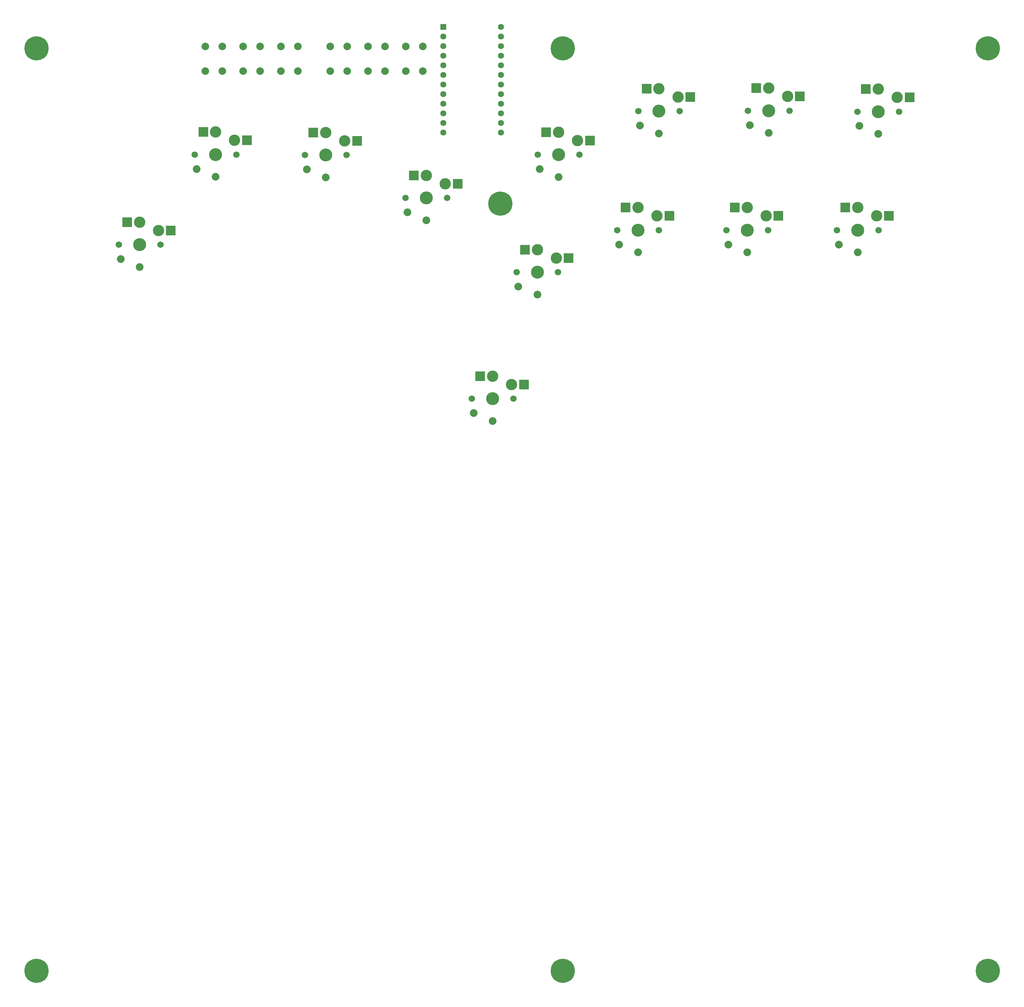
<source format=gbs>
%TF.GenerationSoftware,KiCad,Pcbnew,(6.0.7)*%
%TF.CreationDate,2022-08-15T09:33:02+10:00*%
%TF.ProjectId,Flatbox-rev1_1_a3,466c6174-626f-4782-9d72-6576315f315f,rev?*%
%TF.SameCoordinates,Original*%
%TF.FileFunction,Soldermask,Bot*%
%TF.FilePolarity,Negative*%
%FSLAX46Y46*%
G04 Gerber Fmt 4.6, Leading zero omitted, Abs format (unit mm)*
G04 Created by KiCad (PCBNEW (6.0.7)) date 2022-08-15 09:33:02*
%MOMM*%
%LPD*%
G01*
G04 APERTURE LIST*
%ADD10C,3.429000*%
%ADD11C,1.701800*%
%ADD12C,3.000000*%
%ADD13R,2.600000X2.600000*%
%ADD14C,2.032000*%
%ADD15C,6.400000*%
%ADD16C,2.000000*%
%ADD17R,1.600000X1.600000*%
%ADD18C,1.600000*%
G04 APERTURE END LIST*
D10*
X105680000Y-56210000D03*
D11*
X111180000Y-56210000D03*
D12*
X105680000Y-50260000D03*
X110680000Y-52460000D03*
D11*
X100180000Y-56210000D03*
D13*
X102405000Y-50260000D03*
D14*
X105680000Y-62110000D03*
X100680000Y-60010000D03*
D13*
X113955000Y-52460000D03*
D12*
X137280000Y-63810000D03*
D10*
X132280000Y-67560000D03*
D11*
X126780000Y-67560000D03*
D12*
X132280000Y-61610000D03*
D11*
X137780000Y-67560000D03*
D14*
X132280000Y-73460000D03*
D13*
X129005000Y-61610000D03*
D14*
X127280000Y-71360000D03*
D13*
X140555000Y-63810000D03*
D10*
X149780000Y-120660000D03*
D12*
X154780000Y-116910000D03*
D11*
X144280000Y-120660000D03*
X155280000Y-120660000D03*
D12*
X149780000Y-114710000D03*
D13*
X146505000Y-114710000D03*
D14*
X149780000Y-126560000D03*
D13*
X158055000Y-116910000D03*
D14*
X144780000Y-124460000D03*
D11*
X161720000Y-56150000D03*
X172720000Y-56150000D03*
D10*
X167220000Y-56150000D03*
D12*
X167220000Y-50200000D03*
X172220000Y-52400000D03*
D14*
X167220000Y-62050000D03*
D13*
X163945000Y-50200000D03*
D14*
X162220000Y-59950000D03*
D13*
X175495000Y-52400000D03*
D11*
X199280000Y-44620000D03*
X188280000Y-44620000D03*
D12*
X193780000Y-38670000D03*
D10*
X193780000Y-44620000D03*
D12*
X198780000Y-40870000D03*
D13*
X190505000Y-38670000D03*
D14*
X193780000Y-50520000D03*
D13*
X202055000Y-40870000D03*
D14*
X188780000Y-48420000D03*
D12*
X222750000Y-38550000D03*
D11*
X228250000Y-44500000D03*
D10*
X222750000Y-44500000D03*
D11*
X217250000Y-44500000D03*
D12*
X227750000Y-40750000D03*
D14*
X222750000Y-50400000D03*
D13*
X219475000Y-38550000D03*
D14*
X217750000Y-48300000D03*
D13*
X231025000Y-40750000D03*
D12*
X256720000Y-40990000D03*
X251720000Y-38790000D03*
D11*
X246220000Y-44740000D03*
X257220000Y-44740000D03*
D10*
X251720000Y-44740000D03*
D14*
X251720000Y-50640000D03*
D13*
X248445000Y-38790000D03*
D14*
X246720000Y-48540000D03*
D13*
X259995000Y-40990000D03*
D12*
X161610000Y-81240000D03*
X166610000Y-83440000D03*
D10*
X161610000Y-87190000D03*
D11*
X156110000Y-87190000D03*
X167110000Y-87190000D03*
D13*
X158335000Y-81240000D03*
D14*
X161610000Y-93090000D03*
X156610000Y-90990000D03*
D13*
X169885000Y-83440000D03*
D10*
X188220000Y-76080000D03*
D11*
X193720000Y-76080000D03*
X182720000Y-76080000D03*
D12*
X193220000Y-72330000D03*
X188220000Y-70130000D03*
D14*
X188220000Y-81980000D03*
D13*
X184945000Y-70130000D03*
X196495000Y-72330000D03*
D14*
X183220000Y-79880000D03*
D10*
X217070000Y-76080000D03*
D12*
X217070000Y-70130000D03*
D11*
X211570000Y-76080000D03*
D12*
X222070000Y-72330000D03*
D11*
X222570000Y-76080000D03*
D14*
X217070000Y-81980000D03*
D13*
X213795000Y-70130000D03*
X225345000Y-72330000D03*
D14*
X212070000Y-79880000D03*
D11*
X240780000Y-76080000D03*
D12*
X251280000Y-72330000D03*
D10*
X246280000Y-76080000D03*
D11*
X251780000Y-76080000D03*
D12*
X246280000Y-70130000D03*
D13*
X243005000Y-70130000D03*
D14*
X246280000Y-81980000D03*
D13*
X254555000Y-72330000D03*
D14*
X241280000Y-79880000D03*
D15*
X29225000Y-28040000D03*
X29225000Y-271959466D03*
X280655000Y-271959466D03*
X280655000Y-28040000D03*
D11*
X71085000Y-56090000D03*
X82085000Y-56090000D03*
D12*
X81585000Y-52340000D03*
D10*
X76585000Y-56090000D03*
D12*
X76585000Y-50140000D03*
D14*
X76585000Y-61990000D03*
D13*
X73310000Y-50140000D03*
D14*
X71585000Y-59890000D03*
D13*
X84860000Y-52340000D03*
D15*
X168360000Y-28040000D03*
D16*
X106860000Y-27540000D03*
X106860000Y-34040000D03*
X111360000Y-27540000D03*
X111360000Y-34040000D03*
X83860000Y-34040000D03*
X83860000Y-27540000D03*
X88360000Y-27540000D03*
X88360000Y-34040000D03*
X116860000Y-34040000D03*
X116860000Y-27540000D03*
X121360000Y-27540000D03*
X121360000Y-34040000D03*
X73860000Y-27540000D03*
X73860000Y-34040000D03*
X78360000Y-34040000D03*
X78360000Y-27540000D03*
X93860000Y-27540000D03*
X93860000Y-34040000D03*
X98360000Y-27540000D03*
X98360000Y-34040000D03*
X126860000Y-27540000D03*
X126860000Y-34040000D03*
X131360000Y-27540000D03*
X131360000Y-34040000D03*
D15*
X151860000Y-69040000D03*
X168360000Y-271959466D03*
D17*
X136740000Y-22320000D03*
D18*
X136740000Y-24860000D03*
X136740000Y-27400000D03*
X136740000Y-29940000D03*
X136740000Y-32480000D03*
X136740000Y-35020000D03*
X136740000Y-37560000D03*
X136740000Y-40100000D03*
X136740000Y-42640000D03*
X136740000Y-45180000D03*
X136740000Y-47720000D03*
X136740000Y-50260000D03*
X151980000Y-50260000D03*
X151980000Y-47720000D03*
X151980000Y-45180000D03*
X151980000Y-42640000D03*
X151980000Y-40100000D03*
X151980000Y-37560000D03*
X151980000Y-35020000D03*
X151980000Y-32480000D03*
X151980000Y-29940000D03*
X151980000Y-27400000D03*
X151980000Y-24860000D03*
X151980000Y-22320000D03*
D10*
X56460000Y-79940000D03*
D11*
X50960000Y-79940000D03*
X61960000Y-79940000D03*
D12*
X56460000Y-73990000D03*
X61460000Y-76190000D03*
D13*
X53185000Y-73990000D03*
D14*
X56460000Y-85840000D03*
X51460000Y-83740000D03*
D13*
X64735000Y-76190000D03*
M02*

</source>
